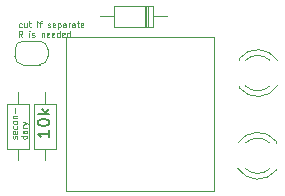
<source format=gbr>
%TF.GenerationSoftware,KiCad,Pcbnew,8.0.8*%
%TF.CreationDate,2025-02-01T16:22:36+01:00*%
%TF.ProjectId,pointControl,706f696e-7443-46f6-9e74-726f6c2e6b69,rev?*%
%TF.SameCoordinates,Original*%
%TF.FileFunction,Legend,Top*%
%TF.FilePolarity,Positive*%
%FSLAX46Y46*%
G04 Gerber Fmt 4.6, Leading zero omitted, Abs format (unit mm)*
G04 Created by KiCad (PCBNEW 8.0.8) date 2025-02-01 16:22:36*
%MOMM*%
%LPD*%
G01*
G04 APERTURE LIST*
G04 Aperture macros list*
%AMRoundRect*
0 Rectangle with rounded corners*
0 $1 Rounding radius*
0 $2 $3 $4 $5 $6 $7 $8 $9 X,Y pos of 4 corners*
0 Add a 4 corners polygon primitive as box body*
4,1,4,$2,$3,$4,$5,$6,$7,$8,$9,$2,$3,0*
0 Add four circle primitives for the rounded corners*
1,1,$1+$1,$2,$3*
1,1,$1+$1,$4,$5*
1,1,$1+$1,$6,$7*
1,1,$1+$1,$8,$9*
0 Add four rect primitives between the rounded corners*
20,1,$1+$1,$2,$3,$4,$5,0*
20,1,$1+$1,$4,$5,$6,$7,0*
20,1,$1+$1,$6,$7,$8,$9,0*
20,1,$1+$1,$8,$9,$2,$3,0*%
%AMFreePoly0*
4,1,19,0.500000,-0.750000,0.000000,-0.750000,0.000000,-0.744911,-0.071157,-0.744911,-0.207708,-0.704816,-0.327430,-0.627875,-0.420627,-0.520320,-0.479746,-0.390866,-0.500000,-0.250000,-0.500000,0.250000,-0.479746,0.390866,-0.420627,0.520320,-0.327430,0.627875,-0.207708,0.704816,-0.071157,0.744911,0.000000,0.744911,0.000000,0.750000,0.500000,0.750000,0.500000,-0.750000,0.500000,-0.750000,
$1*%
%AMFreePoly1*
4,1,19,0.000000,0.744911,0.071157,0.744911,0.207708,0.704816,0.327430,0.627875,0.420627,0.520320,0.479746,0.390866,0.500000,0.250000,0.500000,-0.250000,0.479746,-0.390866,0.420627,-0.520320,0.327430,-0.627875,0.207708,-0.704816,0.071157,-0.744911,0.000000,-0.744911,0.000000,-0.750000,-0.500000,-0.750000,-0.500000,0.750000,0.000000,0.750000,0.000000,0.744911,0.000000,0.744911,
$1*%
G04 Aperture macros list end*
%ADD10C,0.075000*%
%ADD11C,0.150000*%
%ADD12C,0.120000*%
%ADD13RoundRect,0.250000X0.650000X1.550000X-0.650000X1.550000X-0.650000X-1.550000X0.650000X-1.550000X0*%
%ADD14O,1.800000X3.600000*%
%ADD15R,1.800000X1.800000*%
%ADD16C,1.800000*%
%ADD17C,1.400000*%
%ADD18O,1.400000X1.400000*%
%ADD19R,1.500000X1.500000*%
%ADD20O,1.500000X1.500000*%
%ADD21O,3.700000X2.000000*%
%ADD22FreePoly0,0.000000*%
%ADD23FreePoly1,0.000000*%
G04 APERTURE END LIST*
D10*
X143511675Y-65400128D02*
X143464056Y-65423937D01*
X143464056Y-65423937D02*
X143368818Y-65423937D01*
X143368818Y-65423937D02*
X143321199Y-65400128D01*
X143321199Y-65400128D02*
X143297389Y-65376318D01*
X143297389Y-65376318D02*
X143273580Y-65328699D01*
X143273580Y-65328699D02*
X143273580Y-65185842D01*
X143273580Y-65185842D02*
X143297389Y-65138223D01*
X143297389Y-65138223D02*
X143321199Y-65114413D01*
X143321199Y-65114413D02*
X143368818Y-65090604D01*
X143368818Y-65090604D02*
X143464056Y-65090604D01*
X143464056Y-65090604D02*
X143511675Y-65114413D01*
X143940246Y-65090604D02*
X143940246Y-65423937D01*
X143725960Y-65090604D02*
X143725960Y-65352508D01*
X143725960Y-65352508D02*
X143749770Y-65400128D01*
X143749770Y-65400128D02*
X143797389Y-65423937D01*
X143797389Y-65423937D02*
X143868817Y-65423937D01*
X143868817Y-65423937D02*
X143916436Y-65400128D01*
X143916436Y-65400128D02*
X143940246Y-65376318D01*
X144106913Y-65090604D02*
X144297389Y-65090604D01*
X144178341Y-64923937D02*
X144178341Y-65352508D01*
X144178341Y-65352508D02*
X144202151Y-65400128D01*
X144202151Y-65400128D02*
X144249770Y-65423937D01*
X144249770Y-65423937D02*
X144297389Y-65423937D01*
X144845007Y-65423937D02*
X144845007Y-65090604D01*
X144845007Y-64923937D02*
X144821198Y-64947747D01*
X144821198Y-64947747D02*
X144845007Y-64971556D01*
X144845007Y-64971556D02*
X144868817Y-64947747D01*
X144868817Y-64947747D02*
X144845007Y-64923937D01*
X144845007Y-64923937D02*
X144845007Y-64971556D01*
X145011674Y-65090604D02*
X145202150Y-65090604D01*
X145083102Y-65423937D02*
X145083102Y-64995366D01*
X145083102Y-64995366D02*
X145106912Y-64947747D01*
X145106912Y-64947747D02*
X145154531Y-64923937D01*
X145154531Y-64923937D02*
X145202150Y-64923937D01*
X145725959Y-65400128D02*
X145773578Y-65423937D01*
X145773578Y-65423937D02*
X145868816Y-65423937D01*
X145868816Y-65423937D02*
X145916435Y-65400128D01*
X145916435Y-65400128D02*
X145940244Y-65352508D01*
X145940244Y-65352508D02*
X145940244Y-65328699D01*
X145940244Y-65328699D02*
X145916435Y-65281080D01*
X145916435Y-65281080D02*
X145868816Y-65257270D01*
X145868816Y-65257270D02*
X145797387Y-65257270D01*
X145797387Y-65257270D02*
X145749768Y-65233461D01*
X145749768Y-65233461D02*
X145725959Y-65185842D01*
X145725959Y-65185842D02*
X145725959Y-65162032D01*
X145725959Y-65162032D02*
X145749768Y-65114413D01*
X145749768Y-65114413D02*
X145797387Y-65090604D01*
X145797387Y-65090604D02*
X145868816Y-65090604D01*
X145868816Y-65090604D02*
X145916435Y-65114413D01*
X146345006Y-65400128D02*
X146297387Y-65423937D01*
X146297387Y-65423937D02*
X146202149Y-65423937D01*
X146202149Y-65423937D02*
X146154530Y-65400128D01*
X146154530Y-65400128D02*
X146130721Y-65352508D01*
X146130721Y-65352508D02*
X146130721Y-65162032D01*
X146130721Y-65162032D02*
X146154530Y-65114413D01*
X146154530Y-65114413D02*
X146202149Y-65090604D01*
X146202149Y-65090604D02*
X146297387Y-65090604D01*
X146297387Y-65090604D02*
X146345006Y-65114413D01*
X146345006Y-65114413D02*
X146368816Y-65162032D01*
X146368816Y-65162032D02*
X146368816Y-65209651D01*
X146368816Y-65209651D02*
X146130721Y-65257270D01*
X146583101Y-65090604D02*
X146583101Y-65590604D01*
X146583101Y-65114413D02*
X146630720Y-65090604D01*
X146630720Y-65090604D02*
X146725958Y-65090604D01*
X146725958Y-65090604D02*
X146773577Y-65114413D01*
X146773577Y-65114413D02*
X146797387Y-65138223D01*
X146797387Y-65138223D02*
X146821196Y-65185842D01*
X146821196Y-65185842D02*
X146821196Y-65328699D01*
X146821196Y-65328699D02*
X146797387Y-65376318D01*
X146797387Y-65376318D02*
X146773577Y-65400128D01*
X146773577Y-65400128D02*
X146725958Y-65423937D01*
X146725958Y-65423937D02*
X146630720Y-65423937D01*
X146630720Y-65423937D02*
X146583101Y-65400128D01*
X147249768Y-65423937D02*
X147249768Y-65162032D01*
X147249768Y-65162032D02*
X147225958Y-65114413D01*
X147225958Y-65114413D02*
X147178339Y-65090604D01*
X147178339Y-65090604D02*
X147083101Y-65090604D01*
X147083101Y-65090604D02*
X147035482Y-65114413D01*
X147249768Y-65400128D02*
X147202149Y-65423937D01*
X147202149Y-65423937D02*
X147083101Y-65423937D01*
X147083101Y-65423937D02*
X147035482Y-65400128D01*
X147035482Y-65400128D02*
X147011673Y-65352508D01*
X147011673Y-65352508D02*
X147011673Y-65304889D01*
X147011673Y-65304889D02*
X147035482Y-65257270D01*
X147035482Y-65257270D02*
X147083101Y-65233461D01*
X147083101Y-65233461D02*
X147202149Y-65233461D01*
X147202149Y-65233461D02*
X147249768Y-65209651D01*
X147487863Y-65423937D02*
X147487863Y-65090604D01*
X147487863Y-65185842D02*
X147511673Y-65138223D01*
X147511673Y-65138223D02*
X147535482Y-65114413D01*
X147535482Y-65114413D02*
X147583101Y-65090604D01*
X147583101Y-65090604D02*
X147630720Y-65090604D01*
X148011673Y-65423937D02*
X148011673Y-65162032D01*
X148011673Y-65162032D02*
X147987863Y-65114413D01*
X147987863Y-65114413D02*
X147940244Y-65090604D01*
X147940244Y-65090604D02*
X147845006Y-65090604D01*
X147845006Y-65090604D02*
X147797387Y-65114413D01*
X148011673Y-65400128D02*
X147964054Y-65423937D01*
X147964054Y-65423937D02*
X147845006Y-65423937D01*
X147845006Y-65423937D02*
X147797387Y-65400128D01*
X147797387Y-65400128D02*
X147773578Y-65352508D01*
X147773578Y-65352508D02*
X147773578Y-65304889D01*
X147773578Y-65304889D02*
X147797387Y-65257270D01*
X147797387Y-65257270D02*
X147845006Y-65233461D01*
X147845006Y-65233461D02*
X147964054Y-65233461D01*
X147964054Y-65233461D02*
X148011673Y-65209651D01*
X148178340Y-65090604D02*
X148368816Y-65090604D01*
X148249768Y-64923937D02*
X148249768Y-65352508D01*
X148249768Y-65352508D02*
X148273578Y-65400128D01*
X148273578Y-65400128D02*
X148321197Y-65423937D01*
X148321197Y-65423937D02*
X148368816Y-65423937D01*
X148725958Y-65400128D02*
X148678339Y-65423937D01*
X148678339Y-65423937D02*
X148583101Y-65423937D01*
X148583101Y-65423937D02*
X148535482Y-65400128D01*
X148535482Y-65400128D02*
X148511673Y-65352508D01*
X148511673Y-65352508D02*
X148511673Y-65162032D01*
X148511673Y-65162032D02*
X148535482Y-65114413D01*
X148535482Y-65114413D02*
X148583101Y-65090604D01*
X148583101Y-65090604D02*
X148678339Y-65090604D01*
X148678339Y-65090604D02*
X148725958Y-65114413D01*
X148725958Y-65114413D02*
X148749768Y-65162032D01*
X148749768Y-65162032D02*
X148749768Y-65209651D01*
X148749768Y-65209651D02*
X148511673Y-65257270D01*
X143583103Y-66228909D02*
X143416437Y-65990814D01*
X143297389Y-66228909D02*
X143297389Y-65728909D01*
X143297389Y-65728909D02*
X143487865Y-65728909D01*
X143487865Y-65728909D02*
X143535484Y-65752719D01*
X143535484Y-65752719D02*
X143559294Y-65776528D01*
X143559294Y-65776528D02*
X143583103Y-65824147D01*
X143583103Y-65824147D02*
X143583103Y-65895576D01*
X143583103Y-65895576D02*
X143559294Y-65943195D01*
X143559294Y-65943195D02*
X143535484Y-65967004D01*
X143535484Y-65967004D02*
X143487865Y-65990814D01*
X143487865Y-65990814D02*
X143297389Y-65990814D01*
X144178341Y-66228909D02*
X144178341Y-65895576D01*
X144178341Y-65728909D02*
X144154532Y-65752719D01*
X144154532Y-65752719D02*
X144178341Y-65776528D01*
X144178341Y-65776528D02*
X144202151Y-65752719D01*
X144202151Y-65752719D02*
X144178341Y-65728909D01*
X144178341Y-65728909D02*
X144178341Y-65776528D01*
X144392627Y-66205100D02*
X144440246Y-66228909D01*
X144440246Y-66228909D02*
X144535484Y-66228909D01*
X144535484Y-66228909D02*
X144583103Y-66205100D01*
X144583103Y-66205100D02*
X144606912Y-66157480D01*
X144606912Y-66157480D02*
X144606912Y-66133671D01*
X144606912Y-66133671D02*
X144583103Y-66086052D01*
X144583103Y-66086052D02*
X144535484Y-66062242D01*
X144535484Y-66062242D02*
X144464055Y-66062242D01*
X144464055Y-66062242D02*
X144416436Y-66038433D01*
X144416436Y-66038433D02*
X144392627Y-65990814D01*
X144392627Y-65990814D02*
X144392627Y-65967004D01*
X144392627Y-65967004D02*
X144416436Y-65919385D01*
X144416436Y-65919385D02*
X144464055Y-65895576D01*
X144464055Y-65895576D02*
X144535484Y-65895576D01*
X144535484Y-65895576D02*
X144583103Y-65919385D01*
X145202150Y-65895576D02*
X145202150Y-66228909D01*
X145202150Y-65943195D02*
X145225960Y-65919385D01*
X145225960Y-65919385D02*
X145273579Y-65895576D01*
X145273579Y-65895576D02*
X145345007Y-65895576D01*
X145345007Y-65895576D02*
X145392626Y-65919385D01*
X145392626Y-65919385D02*
X145416436Y-65967004D01*
X145416436Y-65967004D02*
X145416436Y-66228909D01*
X145845007Y-66205100D02*
X145797388Y-66228909D01*
X145797388Y-66228909D02*
X145702150Y-66228909D01*
X145702150Y-66228909D02*
X145654531Y-66205100D01*
X145654531Y-66205100D02*
X145630722Y-66157480D01*
X145630722Y-66157480D02*
X145630722Y-65967004D01*
X145630722Y-65967004D02*
X145654531Y-65919385D01*
X145654531Y-65919385D02*
X145702150Y-65895576D01*
X145702150Y-65895576D02*
X145797388Y-65895576D01*
X145797388Y-65895576D02*
X145845007Y-65919385D01*
X145845007Y-65919385D02*
X145868817Y-65967004D01*
X145868817Y-65967004D02*
X145868817Y-66014623D01*
X145868817Y-66014623D02*
X145630722Y-66062242D01*
X146273578Y-66205100D02*
X146225959Y-66228909D01*
X146225959Y-66228909D02*
X146130721Y-66228909D01*
X146130721Y-66228909D02*
X146083102Y-66205100D01*
X146083102Y-66205100D02*
X146059293Y-66157480D01*
X146059293Y-66157480D02*
X146059293Y-65967004D01*
X146059293Y-65967004D02*
X146083102Y-65919385D01*
X146083102Y-65919385D02*
X146130721Y-65895576D01*
X146130721Y-65895576D02*
X146225959Y-65895576D01*
X146225959Y-65895576D02*
X146273578Y-65919385D01*
X146273578Y-65919385D02*
X146297388Y-65967004D01*
X146297388Y-65967004D02*
X146297388Y-66014623D01*
X146297388Y-66014623D02*
X146059293Y-66062242D01*
X146725959Y-66228909D02*
X146725959Y-65728909D01*
X146725959Y-66205100D02*
X146678340Y-66228909D01*
X146678340Y-66228909D02*
X146583102Y-66228909D01*
X146583102Y-66228909D02*
X146535483Y-66205100D01*
X146535483Y-66205100D02*
X146511673Y-66181290D01*
X146511673Y-66181290D02*
X146487864Y-66133671D01*
X146487864Y-66133671D02*
X146487864Y-65990814D01*
X146487864Y-65990814D02*
X146511673Y-65943195D01*
X146511673Y-65943195D02*
X146535483Y-65919385D01*
X146535483Y-65919385D02*
X146583102Y-65895576D01*
X146583102Y-65895576D02*
X146678340Y-65895576D01*
X146678340Y-65895576D02*
X146725959Y-65919385D01*
X147154530Y-66205100D02*
X147106911Y-66228909D01*
X147106911Y-66228909D02*
X147011673Y-66228909D01*
X147011673Y-66228909D02*
X146964054Y-66205100D01*
X146964054Y-66205100D02*
X146940245Y-66157480D01*
X146940245Y-66157480D02*
X146940245Y-65967004D01*
X146940245Y-65967004D02*
X146964054Y-65919385D01*
X146964054Y-65919385D02*
X147011673Y-65895576D01*
X147011673Y-65895576D02*
X147106911Y-65895576D01*
X147106911Y-65895576D02*
X147154530Y-65919385D01*
X147154530Y-65919385D02*
X147178340Y-65967004D01*
X147178340Y-65967004D02*
X147178340Y-66014623D01*
X147178340Y-66014623D02*
X146940245Y-66062242D01*
X147606911Y-66228909D02*
X147606911Y-65728909D01*
X147606911Y-66205100D02*
X147559292Y-66228909D01*
X147559292Y-66228909D02*
X147464054Y-66228909D01*
X147464054Y-66228909D02*
X147416435Y-66205100D01*
X147416435Y-66205100D02*
X147392625Y-66181290D01*
X147392625Y-66181290D02*
X147368816Y-66133671D01*
X147368816Y-66133671D02*
X147368816Y-65990814D01*
X147368816Y-65990814D02*
X147392625Y-65943195D01*
X147392625Y-65943195D02*
X147416435Y-65919385D01*
X147416435Y-65919385D02*
X147464054Y-65895576D01*
X147464054Y-65895576D02*
X147559292Y-65895576D01*
X147559292Y-65895576D02*
X147606911Y-65919385D01*
X143106128Y-74855419D02*
X143129937Y-74807800D01*
X143129937Y-74807800D02*
X143129937Y-74712562D01*
X143129937Y-74712562D02*
X143106128Y-74664943D01*
X143106128Y-74664943D02*
X143058508Y-74641134D01*
X143058508Y-74641134D02*
X143034699Y-74641134D01*
X143034699Y-74641134D02*
X142987080Y-74664943D01*
X142987080Y-74664943D02*
X142963270Y-74712562D01*
X142963270Y-74712562D02*
X142963270Y-74783991D01*
X142963270Y-74783991D02*
X142939461Y-74831610D01*
X142939461Y-74831610D02*
X142891842Y-74855419D01*
X142891842Y-74855419D02*
X142868032Y-74855419D01*
X142868032Y-74855419D02*
X142820413Y-74831610D01*
X142820413Y-74831610D02*
X142796604Y-74783991D01*
X142796604Y-74783991D02*
X142796604Y-74712562D01*
X142796604Y-74712562D02*
X142820413Y-74664943D01*
X143106128Y-74236372D02*
X143129937Y-74283991D01*
X143129937Y-74283991D02*
X143129937Y-74379229D01*
X143129937Y-74379229D02*
X143106128Y-74426848D01*
X143106128Y-74426848D02*
X143058508Y-74450657D01*
X143058508Y-74450657D02*
X142868032Y-74450657D01*
X142868032Y-74450657D02*
X142820413Y-74426848D01*
X142820413Y-74426848D02*
X142796604Y-74379229D01*
X142796604Y-74379229D02*
X142796604Y-74283991D01*
X142796604Y-74283991D02*
X142820413Y-74236372D01*
X142820413Y-74236372D02*
X142868032Y-74212562D01*
X142868032Y-74212562D02*
X142915651Y-74212562D01*
X142915651Y-74212562D02*
X142963270Y-74450657D01*
X143106128Y-73783991D02*
X143129937Y-73831610D01*
X143129937Y-73831610D02*
X143129937Y-73926848D01*
X143129937Y-73926848D02*
X143106128Y-73974467D01*
X143106128Y-73974467D02*
X143082318Y-73998277D01*
X143082318Y-73998277D02*
X143034699Y-74022086D01*
X143034699Y-74022086D02*
X142891842Y-74022086D01*
X142891842Y-74022086D02*
X142844223Y-73998277D01*
X142844223Y-73998277D02*
X142820413Y-73974467D01*
X142820413Y-73974467D02*
X142796604Y-73926848D01*
X142796604Y-73926848D02*
X142796604Y-73831610D01*
X142796604Y-73831610D02*
X142820413Y-73783991D01*
X143129937Y-73498277D02*
X143106128Y-73545896D01*
X143106128Y-73545896D02*
X143082318Y-73569706D01*
X143082318Y-73569706D02*
X143034699Y-73593515D01*
X143034699Y-73593515D02*
X142891842Y-73593515D01*
X142891842Y-73593515D02*
X142844223Y-73569706D01*
X142844223Y-73569706D02*
X142820413Y-73545896D01*
X142820413Y-73545896D02*
X142796604Y-73498277D01*
X142796604Y-73498277D02*
X142796604Y-73426849D01*
X142796604Y-73426849D02*
X142820413Y-73379230D01*
X142820413Y-73379230D02*
X142844223Y-73355420D01*
X142844223Y-73355420D02*
X142891842Y-73331611D01*
X142891842Y-73331611D02*
X143034699Y-73331611D01*
X143034699Y-73331611D02*
X143082318Y-73355420D01*
X143082318Y-73355420D02*
X143106128Y-73379230D01*
X143106128Y-73379230D02*
X143129937Y-73426849D01*
X143129937Y-73426849D02*
X143129937Y-73498277D01*
X142796604Y-73117325D02*
X143129937Y-73117325D01*
X142844223Y-73117325D02*
X142820413Y-73093515D01*
X142820413Y-73093515D02*
X142796604Y-73045896D01*
X142796604Y-73045896D02*
X142796604Y-72974468D01*
X142796604Y-72974468D02*
X142820413Y-72926849D01*
X142820413Y-72926849D02*
X142868032Y-72903039D01*
X142868032Y-72903039D02*
X143129937Y-72903039D01*
X142939461Y-72664944D02*
X142939461Y-72283992D01*
X143934909Y-74617324D02*
X143434909Y-74617324D01*
X143911100Y-74617324D02*
X143934909Y-74664943D01*
X143934909Y-74664943D02*
X143934909Y-74760181D01*
X143934909Y-74760181D02*
X143911100Y-74807800D01*
X143911100Y-74807800D02*
X143887290Y-74831610D01*
X143887290Y-74831610D02*
X143839671Y-74855419D01*
X143839671Y-74855419D02*
X143696814Y-74855419D01*
X143696814Y-74855419D02*
X143649195Y-74831610D01*
X143649195Y-74831610D02*
X143625385Y-74807800D01*
X143625385Y-74807800D02*
X143601576Y-74760181D01*
X143601576Y-74760181D02*
X143601576Y-74664943D01*
X143601576Y-74664943D02*
X143625385Y-74617324D01*
X143934909Y-74164943D02*
X143673004Y-74164943D01*
X143673004Y-74164943D02*
X143625385Y-74188753D01*
X143625385Y-74188753D02*
X143601576Y-74236372D01*
X143601576Y-74236372D02*
X143601576Y-74331610D01*
X143601576Y-74331610D02*
X143625385Y-74379229D01*
X143911100Y-74164943D02*
X143934909Y-74212562D01*
X143934909Y-74212562D02*
X143934909Y-74331610D01*
X143934909Y-74331610D02*
X143911100Y-74379229D01*
X143911100Y-74379229D02*
X143863480Y-74403038D01*
X143863480Y-74403038D02*
X143815861Y-74403038D01*
X143815861Y-74403038D02*
X143768242Y-74379229D01*
X143768242Y-74379229D02*
X143744433Y-74331610D01*
X143744433Y-74331610D02*
X143744433Y-74212562D01*
X143744433Y-74212562D02*
X143720623Y-74164943D01*
X143934909Y-73926848D02*
X143601576Y-73926848D01*
X143696814Y-73926848D02*
X143649195Y-73903038D01*
X143649195Y-73903038D02*
X143625385Y-73879229D01*
X143625385Y-73879229D02*
X143601576Y-73831610D01*
X143601576Y-73831610D02*
X143601576Y-73783991D01*
X143601576Y-73664943D02*
X143934909Y-73545895D01*
X143601576Y-73426848D02*
X143934909Y-73545895D01*
X143934909Y-73545895D02*
X144053957Y-73593514D01*
X144053957Y-73593514D02*
X144077766Y-73617324D01*
X144077766Y-73617324D02*
X144101576Y-73664943D01*
D11*
X145869819Y-74139411D02*
X145869819Y-74710839D01*
X145869819Y-74425125D02*
X144869819Y-74425125D01*
X144869819Y-74425125D02*
X145012676Y-74520363D01*
X145012676Y-74520363D02*
X145107914Y-74615601D01*
X145107914Y-74615601D02*
X145155533Y-74710839D01*
X144869819Y-73520363D02*
X144869819Y-73425125D01*
X144869819Y-73425125D02*
X144917438Y-73329887D01*
X144917438Y-73329887D02*
X144965057Y-73282268D01*
X144965057Y-73282268D02*
X145060295Y-73234649D01*
X145060295Y-73234649D02*
X145250771Y-73187030D01*
X145250771Y-73187030D02*
X145488866Y-73187030D01*
X145488866Y-73187030D02*
X145679342Y-73234649D01*
X145679342Y-73234649D02*
X145774580Y-73282268D01*
X145774580Y-73282268D02*
X145822200Y-73329887D01*
X145822200Y-73329887D02*
X145869819Y-73425125D01*
X145869819Y-73425125D02*
X145869819Y-73520363D01*
X145869819Y-73520363D02*
X145822200Y-73615601D01*
X145822200Y-73615601D02*
X145774580Y-73663220D01*
X145774580Y-73663220D02*
X145679342Y-73710839D01*
X145679342Y-73710839D02*
X145488866Y-73758458D01*
X145488866Y-73758458D02*
X145250771Y-73758458D01*
X145250771Y-73758458D02*
X145060295Y-73710839D01*
X145060295Y-73710839D02*
X144965057Y-73663220D01*
X144965057Y-73663220D02*
X144917438Y-73615601D01*
X144917438Y-73615601D02*
X144869819Y-73520363D01*
X145869819Y-72758458D02*
X144869819Y-72758458D01*
X145488866Y-72663220D02*
X145869819Y-72377506D01*
X145203152Y-72377506D02*
X145584104Y-72758458D01*
D12*
%TO.C,D_POS3*%
X161940000Y-68064000D02*
X161940000Y-68220000D01*
X161940000Y-70380000D02*
X161940000Y-70536000D01*
X161940000Y-68064484D02*
G75*
G02*
X165171397Y-68219939I1560000J-1235516D01*
G01*
X162459039Y-68220000D02*
G75*
G02*
X164540910Y-68219951I1040961J-1080000D01*
G01*
X164540910Y-70380049D02*
G75*
G02*
X162459039Y-70380000I-1040910J1080049D01*
G01*
X165171397Y-70380061D02*
G75*
G02*
X161940000Y-70535516I-1671397J1080061D01*
G01*
%TO.C,R1*%
X142319000Y-71890000D02*
X142319000Y-75730000D01*
X142319000Y-75730000D02*
X144159000Y-75730000D01*
X143239000Y-70940000D02*
X143239000Y-71890000D01*
X143239000Y-76680000D02*
X143239000Y-75730000D01*
X144159000Y-71890000D02*
X142319000Y-71890000D01*
X144159000Y-75730000D02*
X144159000Y-71890000D01*
%TO.C,D1*%
X150185000Y-64500000D02*
X151365000Y-64500000D01*
X151365000Y-63580000D02*
X151365000Y-65420000D01*
X151365000Y-65420000D02*
X154645000Y-65420000D01*
X153949000Y-65420000D02*
X153949000Y-63580000D01*
X154069000Y-65420000D02*
X154069000Y-63580000D01*
X154189000Y-65420000D02*
X154189000Y-63580000D01*
X154645000Y-63580000D02*
X151365000Y-63580000D01*
X154645000Y-65420000D02*
X154645000Y-63580000D01*
X155825000Y-64500000D02*
X154645000Y-64500000D01*
%TO.C,SW1*%
X147243000Y-79250000D02*
X159843000Y-79250000D01*
X159843000Y-66250000D01*
X147243000Y-66250000D01*
X147243000Y-79250000D01*
%TO.C,D_NEG2*%
X165060000Y-75220000D02*
X165060000Y-75064000D01*
X165060000Y-77536000D02*
X165060000Y-77380000D01*
X161828603Y-75219939D02*
G75*
G02*
X165060000Y-75064484I1671397J-1080061D01*
G01*
X162459090Y-75219951D02*
G75*
G02*
X164540961Y-75220000I1040910J-1080049D01*
G01*
X164540961Y-77380000D02*
G75*
G02*
X162459090Y-77380049I-1040961J1080000D01*
G01*
X165060000Y-77535516D02*
G75*
G02*
X161828603Y-77380061I-1560000J1235516D01*
G01*
%TO.C,JP1*%
X142942000Y-67887000D02*
X142942000Y-67287000D01*
X143642000Y-66587000D02*
X145042000Y-66587000D01*
X145042000Y-68587000D02*
X143642000Y-68587000D01*
X145742000Y-67287000D02*
X145742000Y-67887000D01*
X142942000Y-67287000D02*
G75*
G02*
X143642000Y-66587000I699999J1D01*
G01*
X143642000Y-68587000D02*
G75*
G02*
X142942000Y-67887000I-1J699999D01*
G01*
X145042000Y-66587000D02*
G75*
G02*
X145742000Y-67287000I0J-700000D01*
G01*
X145742000Y-67887000D02*
G75*
G02*
X145042000Y-68587000I-700000J0D01*
G01*
%TO.C,R2*%
X144580000Y-71890000D02*
X144580000Y-75730000D01*
X144580000Y-75730000D02*
X146420000Y-75730000D01*
X145500000Y-70940000D02*
X145500000Y-71890000D01*
X145500000Y-76680000D02*
X145500000Y-75730000D01*
X146420000Y-71890000D02*
X144580000Y-71890000D01*
X146420000Y-75730000D02*
X146420000Y-71890000D01*
%TD*%
%LPC*%
D13*
%TO.C,J1*%
X159639000Y-84000000D03*
D14*
X156139000Y-84000000D03*
X152639000Y-84000000D03*
X149139000Y-84000000D03*
%TD*%
D15*
%TO.C,D_POS3*%
X162230000Y-69300000D03*
D16*
X164770000Y-69300000D03*
%TD*%
D17*
%TO.C,R1*%
X143239000Y-77620000D03*
D18*
X143239000Y-70000000D03*
%TD*%
D19*
%TO.C,D1*%
X156815000Y-64500000D03*
D20*
X149195000Y-64500000D03*
%TD*%
D21*
%TO.C,SW1*%
X151143000Y-77550000D03*
X151143000Y-72850000D03*
X151143000Y-68150000D03*
X155943000Y-77550000D03*
X155943000Y-72850000D03*
X155943000Y-68150000D03*
%TD*%
D15*
%TO.C,D_NEG2*%
X164770000Y-76300000D03*
D16*
X162230000Y-76300000D03*
%TD*%
D22*
%TO.C,JP1*%
X143692000Y-67587000D03*
D23*
X144992000Y-67587000D03*
%TD*%
D17*
%TO.C,R2*%
X145500000Y-70000000D03*
D18*
X145500000Y-77620000D03*
%TD*%
%LPD*%
M02*

</source>
